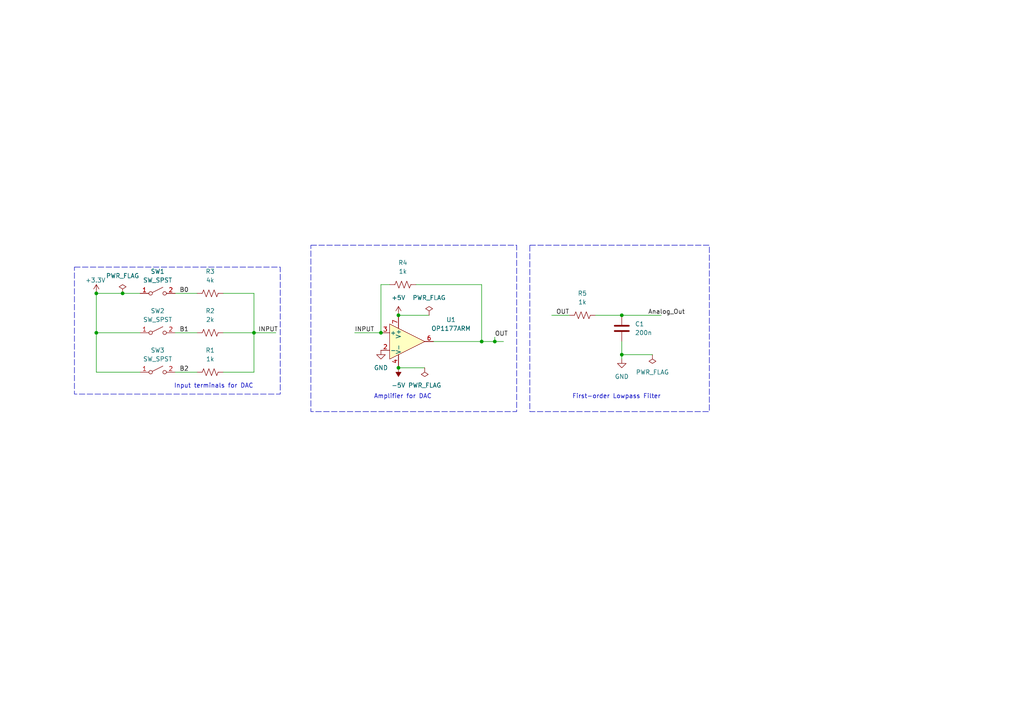
<source format=kicad_sch>
(kicad_sch
	(version 20231120)
	(generator "eeschema")
	(generator_version "8.0")
	(uuid "cf11cc7b-e488-4447-8232-d9d3c5924515")
	(paper "A4")
	(title_block
		(title "DAC Converter")
		(date "2024-07-03")
		(rev "v1")
		(company "Elektronica")
	)
	(lib_symbols
		(symbol "Amplifier_Operational:OP1177ARM"
			(pin_names
				(offset 0.127)
			)
			(exclude_from_sim no)
			(in_bom yes)
			(on_board yes)
			(property "Reference" "U"
				(at 2.54 5.08 0)
				(effects
					(font
						(size 1.27 1.27)
					)
				)
			)
			(property "Value" "OP1177ARM"
				(at 7.62 2.54 0)
				(effects
					(font
						(size 1.27 1.27)
					)
				)
			)
			(property "Footprint" "Package_SO:MSOP-8_3x3mm_P0.65mm"
				(at 0 -7.62 0)
				(effects
					(font
						(size 1.27 1.27)
					)
					(hide yes)
				)
			)
			(property "Datasheet" "https://www.analog.com/media/en/technical-documentation/data-sheets/OP1177_2177_4177.pdf"
				(at 0 0 0)
				(effects
					(font
						(size 1.27 1.27)
					)
					(hide yes)
				)
			)
			(property "Description" "Precision Low Noise, Low Input Bias Current Operational Amplifier, MSOP-8"
				(at 0 0 0)
				(effects
					(font
						(size 1.27 1.27)
					)
					(hide yes)
				)
			)
			(property "ki_keywords" "single operational amplifier"
				(at 0 0 0)
				(effects
					(font
						(size 1.27 1.27)
					)
					(hide yes)
				)
			)
			(property "ki_fp_filters" "MSOP*3x3mm*P0.65mm*"
				(at 0 0 0)
				(effects
					(font
						(size 1.27 1.27)
					)
					(hide yes)
				)
			)
			(symbol "OP1177ARM_0_1"
				(polyline
					(pts
						(xy -5.08 5.08) (xy -5.08 -5.08) (xy 5.08 0) (xy -5.08 5.08)
					)
					(stroke
						(width 0)
						(type default)
					)
					(fill
						(type background)
					)
				)
			)
			(symbol "OP1177ARM_1_1"
				(pin no_connect line
					(at -5.08 0 0)
					(length 3.81) hide
					(name "NC"
						(effects
							(font
								(size 1.27 1.27)
							)
						)
					)
					(number "1"
						(effects
							(font
								(size 1.27 1.27)
							)
						)
					)
				)
				(pin input line
					(at -7.62 -2.54 0)
					(length 2.54)
					(name "-"
						(effects
							(font
								(size 1.27 1.27)
							)
						)
					)
					(number "2"
						(effects
							(font
								(size 1.27 1.27)
							)
						)
					)
				)
				(pin input line
					(at -7.62 2.54 0)
					(length 2.54)
					(name "+"
						(effects
							(font
								(size 1.27 1.27)
							)
						)
					)
					(number "3"
						(effects
							(font
								(size 1.27 1.27)
							)
						)
					)
				)
				(pin power_in line
					(at -2.54 -7.62 90)
					(length 3.81)
					(name "V-"
						(effects
							(font
								(size 1.27 1.27)
							)
						)
					)
					(number "4"
						(effects
							(font
								(size 1.27 1.27)
							)
						)
					)
				)
				(pin no_connect line
					(at 0 -2.54 90)
					(length 3.81) hide
					(name "NC"
						(effects
							(font
								(size 1.27 1.27)
							)
						)
					)
					(number "5"
						(effects
							(font
								(size 1.27 1.27)
							)
						)
					)
				)
				(pin output line
					(at 7.62 0 180)
					(length 2.54)
					(name "~"
						(effects
							(font
								(size 1.27 1.27)
							)
						)
					)
					(number "6"
						(effects
							(font
								(size 1.27 1.27)
							)
						)
					)
				)
				(pin power_in line
					(at -2.54 7.62 270)
					(length 3.81)
					(name "V+"
						(effects
							(font
								(size 1.27 1.27)
							)
						)
					)
					(number "7"
						(effects
							(font
								(size 1.27 1.27)
							)
						)
					)
				)
				(pin no_connect line
					(at 0 2.54 270)
					(length 3.81) hide
					(name "NC"
						(effects
							(font
								(size 1.27 1.27)
							)
						)
					)
					(number "8"
						(effects
							(font
								(size 1.27 1.27)
							)
						)
					)
				)
			)
		)
		(symbol "Device:C"
			(pin_numbers hide)
			(pin_names
				(offset 0.254)
			)
			(exclude_from_sim no)
			(in_bom yes)
			(on_board yes)
			(property "Reference" "C"
				(at 0.635 2.54 0)
				(effects
					(font
						(size 1.27 1.27)
					)
					(justify left)
				)
			)
			(property "Value" "C"
				(at 0.635 -2.54 0)
				(effects
					(font
						(size 1.27 1.27)
					)
					(justify left)
				)
			)
			(property "Footprint" ""
				(at 0.9652 -3.81 0)
				(effects
					(font
						(size 1.27 1.27)
					)
					(hide yes)
				)
			)
			(property "Datasheet" "~"
				(at 0 0 0)
				(effects
					(font
						(size 1.27 1.27)
					)
					(hide yes)
				)
			)
			(property "Description" "Unpolarized capacitor"
				(at 0 0 0)
				(effects
					(font
						(size 1.27 1.27)
					)
					(hide yes)
				)
			)
			(property "ki_keywords" "cap capacitor"
				(at 0 0 0)
				(effects
					(font
						(size 1.27 1.27)
					)
					(hide yes)
				)
			)
			(property "ki_fp_filters" "C_*"
				(at 0 0 0)
				(effects
					(font
						(size 1.27 1.27)
					)
					(hide yes)
				)
			)
			(symbol "C_0_1"
				(polyline
					(pts
						(xy -2.032 -0.762) (xy 2.032 -0.762)
					)
					(stroke
						(width 0.508)
						(type default)
					)
					(fill
						(type none)
					)
				)
				(polyline
					(pts
						(xy -2.032 0.762) (xy 2.032 0.762)
					)
					(stroke
						(width 0.508)
						(type default)
					)
					(fill
						(type none)
					)
				)
			)
			(symbol "C_1_1"
				(pin passive line
					(at 0 3.81 270)
					(length 2.794)
					(name "~"
						(effects
							(font
								(size 1.27 1.27)
							)
						)
					)
					(number "1"
						(effects
							(font
								(size 1.27 1.27)
							)
						)
					)
				)
				(pin passive line
					(at 0 -3.81 90)
					(length 2.794)
					(name "~"
						(effects
							(font
								(size 1.27 1.27)
							)
						)
					)
					(number "2"
						(effects
							(font
								(size 1.27 1.27)
							)
						)
					)
				)
			)
		)
		(symbol "Device:R_US"
			(pin_numbers hide)
			(pin_names
				(offset 0)
			)
			(exclude_from_sim no)
			(in_bom yes)
			(on_board yes)
			(property "Reference" "R"
				(at 2.54 0 90)
				(effects
					(font
						(size 1.27 1.27)
					)
				)
			)
			(property "Value" "R_US"
				(at -2.54 0 90)
				(effects
					(font
						(size 1.27 1.27)
					)
				)
			)
			(property "Footprint" ""
				(at 1.016 -0.254 90)
				(effects
					(font
						(size 1.27 1.27)
					)
					(hide yes)
				)
			)
			(property "Datasheet" "~"
				(at 0 0 0)
				(effects
					(font
						(size 1.27 1.27)
					)
					(hide yes)
				)
			)
			(property "Description" "Resistor, US symbol"
				(at 0 0 0)
				(effects
					(font
						(size 1.27 1.27)
					)
					(hide yes)
				)
			)
			(property "ki_keywords" "R res resistor"
				(at 0 0 0)
				(effects
					(font
						(size 1.27 1.27)
					)
					(hide yes)
				)
			)
			(property "ki_fp_filters" "R_*"
				(at 0 0 0)
				(effects
					(font
						(size 1.27 1.27)
					)
					(hide yes)
				)
			)
			(symbol "R_US_0_1"
				(polyline
					(pts
						(xy 0 -2.286) (xy 0 -2.54)
					)
					(stroke
						(width 0)
						(type default)
					)
					(fill
						(type none)
					)
				)
				(polyline
					(pts
						(xy 0 2.286) (xy 0 2.54)
					)
					(stroke
						(width 0)
						(type default)
					)
					(fill
						(type none)
					)
				)
				(polyline
					(pts
						(xy 0 -0.762) (xy 1.016 -1.143) (xy 0 -1.524) (xy -1.016 -1.905) (xy 0 -2.286)
					)
					(stroke
						(width 0)
						(type default)
					)
					(fill
						(type none)
					)
				)
				(polyline
					(pts
						(xy 0 0.762) (xy 1.016 0.381) (xy 0 0) (xy -1.016 -0.381) (xy 0 -0.762)
					)
					(stroke
						(width 0)
						(type default)
					)
					(fill
						(type none)
					)
				)
				(polyline
					(pts
						(xy 0 2.286) (xy 1.016 1.905) (xy 0 1.524) (xy -1.016 1.143) (xy 0 0.762)
					)
					(stroke
						(width 0)
						(type default)
					)
					(fill
						(type none)
					)
				)
			)
			(symbol "R_US_1_1"
				(pin passive line
					(at 0 3.81 270)
					(length 1.27)
					(name "~"
						(effects
							(font
								(size 1.27 1.27)
							)
						)
					)
					(number "1"
						(effects
							(font
								(size 1.27 1.27)
							)
						)
					)
				)
				(pin passive line
					(at 0 -3.81 90)
					(length 1.27)
					(name "~"
						(effects
							(font
								(size 1.27 1.27)
							)
						)
					)
					(number "2"
						(effects
							(font
								(size 1.27 1.27)
							)
						)
					)
				)
			)
		)
		(symbol "Switch:SW_SPST"
			(pin_names
				(offset 0) hide)
			(exclude_from_sim no)
			(in_bom yes)
			(on_board yes)
			(property "Reference" "SW"
				(at 0 3.175 0)
				(effects
					(font
						(size 1.27 1.27)
					)
				)
			)
			(property "Value" "SW_SPST"
				(at 0 -2.54 0)
				(effects
					(font
						(size 1.27 1.27)
					)
				)
			)
			(property "Footprint" ""
				(at 0 0 0)
				(effects
					(font
						(size 1.27 1.27)
					)
					(hide yes)
				)
			)
			(property "Datasheet" "~"
				(at 0 0 0)
				(effects
					(font
						(size 1.27 1.27)
					)
					(hide yes)
				)
			)
			(property "Description" "Single Pole Single Throw (SPST) switch"
				(at 0 0 0)
				(effects
					(font
						(size 1.27 1.27)
					)
					(hide yes)
				)
			)
			(property "ki_keywords" "switch lever"
				(at 0 0 0)
				(effects
					(font
						(size 1.27 1.27)
					)
					(hide yes)
				)
			)
			(symbol "SW_SPST_0_0"
				(circle
					(center -2.032 0)
					(radius 0.508)
					(stroke
						(width 0)
						(type default)
					)
					(fill
						(type none)
					)
				)
				(polyline
					(pts
						(xy -1.524 0.254) (xy 1.524 1.778)
					)
					(stroke
						(width 0)
						(type default)
					)
					(fill
						(type none)
					)
				)
				(circle
					(center 2.032 0)
					(radius 0.508)
					(stroke
						(width 0)
						(type default)
					)
					(fill
						(type none)
					)
				)
			)
			(symbol "SW_SPST_1_1"
				(pin passive line
					(at -5.08 0 0)
					(length 2.54)
					(name "A"
						(effects
							(font
								(size 1.27 1.27)
							)
						)
					)
					(number "1"
						(effects
							(font
								(size 1.27 1.27)
							)
						)
					)
				)
				(pin passive line
					(at 5.08 0 180)
					(length 2.54)
					(name "B"
						(effects
							(font
								(size 1.27 1.27)
							)
						)
					)
					(number "2"
						(effects
							(font
								(size 1.27 1.27)
							)
						)
					)
				)
			)
		)
		(symbol "power:+3.3V"
			(power)
			(pin_numbers hide)
			(pin_names
				(offset 0) hide)
			(exclude_from_sim no)
			(in_bom yes)
			(on_board yes)
			(property "Reference" "#PWR"
				(at 0 -3.81 0)
				(effects
					(font
						(size 1.27 1.27)
					)
					(hide yes)
				)
			)
			(property "Value" "+3.3V"
				(at 0 3.556 0)
				(effects
					(font
						(size 1.27 1.27)
					)
				)
			)
			(property "Footprint" ""
				(at 0 0 0)
				(effects
					(font
						(size 1.27 1.27)
					)
					(hide yes)
				)
			)
			(property "Datasheet" ""
				(at 0 0 0)
				(effects
					(font
						(size 1.27 1.27)
					)
					(hide yes)
				)
			)
			(property "Description" "Power symbol creates a global label with name \"+3.3V\""
				(at 0 0 0)
				(effects
					(font
						(size 1.27 1.27)
					)
					(hide yes)
				)
			)
			(property "ki_keywords" "global power"
				(at 0 0 0)
				(effects
					(font
						(size 1.27 1.27)
					)
					(hide yes)
				)
			)
			(symbol "+3.3V_0_1"
				(polyline
					(pts
						(xy -0.762 1.27) (xy 0 2.54)
					)
					(stroke
						(width 0)
						(type default)
					)
					(fill
						(type none)
					)
				)
				(polyline
					(pts
						(xy 0 0) (xy 0 2.54)
					)
					(stroke
						(width 0)
						(type default)
					)
					(fill
						(type none)
					)
				)
				(polyline
					(pts
						(xy 0 2.54) (xy 0.762 1.27)
					)
					(stroke
						(width 0)
						(type default)
					)
					(fill
						(type none)
					)
				)
			)
			(symbol "+3.3V_1_1"
				(pin power_in line
					(at 0 0 90)
					(length 0)
					(name "~"
						(effects
							(font
								(size 1.27 1.27)
							)
						)
					)
					(number "1"
						(effects
							(font
								(size 1.27 1.27)
							)
						)
					)
				)
			)
		)
		(symbol "power:+5V"
			(power)
			(pin_numbers hide)
			(pin_names
				(offset 0) hide)
			(exclude_from_sim no)
			(in_bom yes)
			(on_board yes)
			(property "Reference" "#PWR"
				(at 0 -3.81 0)
				(effects
					(font
						(size 1.27 1.27)
					)
					(hide yes)
				)
			)
			(property "Value" "+5V"
				(at 0 3.556 0)
				(effects
					(font
						(size 1.27 1.27)
					)
				)
			)
			(property "Footprint" ""
				(at 0 0 0)
				(effects
					(font
						(size 1.27 1.27)
					)
					(hide yes)
				)
			)
			(property "Datasheet" ""
				(at 0 0 0)
				(effects
					(font
						(size 1.27 1.27)
					)
					(hide yes)
				)
			)
			(property "Description" "Power symbol creates a global label with name \"+5V\""
				(at 0 0 0)
				(effects
					(font
						(size 1.27 1.27)
					)
					(hide yes)
				)
			)
			(property "ki_keywords" "global power"
				(at 0 0 0)
				(effects
					(font
						(size 1.27 1.27)
					)
					(hide yes)
				)
			)
			(symbol "+5V_0_1"
				(polyline
					(pts
						(xy -0.762 1.27) (xy 0 2.54)
					)
					(stroke
						(width 0)
						(type default)
					)
					(fill
						(type none)
					)
				)
				(polyline
					(pts
						(xy 0 0) (xy 0 2.54)
					)
					(stroke
						(width 0)
						(type default)
					)
					(fill
						(type none)
					)
				)
				(polyline
					(pts
						(xy 0 2.54) (xy 0.762 1.27)
					)
					(stroke
						(width 0)
						(type default)
					)
					(fill
						(type none)
					)
				)
			)
			(symbol "+5V_1_1"
				(pin power_in line
					(at 0 0 90)
					(length 0)
					(name "~"
						(effects
							(font
								(size 1.27 1.27)
							)
						)
					)
					(number "1"
						(effects
							(font
								(size 1.27 1.27)
							)
						)
					)
				)
			)
		)
		(symbol "power:-5V"
			(power)
			(pin_numbers hide)
			(pin_names
				(offset 0) hide)
			(exclude_from_sim no)
			(in_bom yes)
			(on_board yes)
			(property "Reference" "#PWR"
				(at 0 -3.81 0)
				(effects
					(font
						(size 1.27 1.27)
					)
					(hide yes)
				)
			)
			(property "Value" "-5V"
				(at 0 3.556 0)
				(effects
					(font
						(size 1.27 1.27)
					)
				)
			)
			(property "Footprint" ""
				(at 0 0 0)
				(effects
					(font
						(size 1.27 1.27)
					)
					(hide yes)
				)
			)
			(property "Datasheet" ""
				(at 0 0 0)
				(effects
					(font
						(size 1.27 1.27)
					)
					(hide yes)
				)
			)
			(property "Description" "Power symbol creates a global label with name \"-5V\""
				(at 0 0 0)
				(effects
					(font
						(size 1.27 1.27)
					)
					(hide yes)
				)
			)
			(property "ki_keywords" "global power"
				(at 0 0 0)
				(effects
					(font
						(size 1.27 1.27)
					)
					(hide yes)
				)
			)
			(symbol "-5V_0_0"
				(pin power_in line
					(at 0 0 90)
					(length 0)
					(name "~"
						(effects
							(font
								(size 1.27 1.27)
							)
						)
					)
					(number "1"
						(effects
							(font
								(size 1.27 1.27)
							)
						)
					)
				)
			)
			(symbol "-5V_0_1"
				(polyline
					(pts
						(xy 0 0) (xy 0 1.27) (xy 0.762 1.27) (xy 0 2.54) (xy -0.762 1.27) (xy 0 1.27)
					)
					(stroke
						(width 0)
						(type default)
					)
					(fill
						(type outline)
					)
				)
			)
		)
		(symbol "power:GND"
			(power)
			(pin_numbers hide)
			(pin_names
				(offset 0) hide)
			(exclude_from_sim no)
			(in_bom yes)
			(on_board yes)
			(property "Reference" "#PWR"
				(at 0 -6.35 0)
				(effects
					(font
						(size 1.27 1.27)
					)
					(hide yes)
				)
			)
			(property "Value" "GND"
				(at 0 -3.81 0)
				(effects
					(font
						(size 1.27 1.27)
					)
				)
			)
			(property "Footprint" ""
				(at 0 0 0)
				(effects
					(font
						(size 1.27 1.27)
					)
					(hide yes)
				)
			)
			(property "Datasheet" ""
				(at 0 0 0)
				(effects
					(font
						(size 1.27 1.27)
					)
					(hide yes)
				)
			)
			(property "Description" "Power symbol creates a global label with name \"GND\" , ground"
				(at 0 0 0)
				(effects
					(font
						(size 1.27 1.27)
					)
					(hide yes)
				)
			)
			(property "ki_keywords" "global power"
				(at 0 0 0)
				(effects
					(font
						(size 1.27 1.27)
					)
					(hide yes)
				)
			)
			(symbol "GND_0_1"
				(polyline
					(pts
						(xy 0 0) (xy 0 -1.27) (xy 1.27 -1.27) (xy 0 -2.54) (xy -1.27 -1.27) (xy 0 -1.27)
					)
					(stroke
						(width 0)
						(type default)
					)
					(fill
						(type none)
					)
				)
			)
			(symbol "GND_1_1"
				(pin power_in line
					(at 0 0 270)
					(length 0)
					(name "~"
						(effects
							(font
								(size 1.27 1.27)
							)
						)
					)
					(number "1"
						(effects
							(font
								(size 1.27 1.27)
							)
						)
					)
				)
			)
		)
		(symbol "power:PWR_FLAG"
			(power)
			(pin_numbers hide)
			(pin_names
				(offset 0) hide)
			(exclude_from_sim no)
			(in_bom yes)
			(on_board yes)
			(property "Reference" "#FLG"
				(at 0 1.905 0)
				(effects
					(font
						(size 1.27 1.27)
					)
					(hide yes)
				)
			)
			(property "Value" "PWR_FLAG"
				(at 0 3.81 0)
				(effects
					(font
						(size 1.27 1.27)
					)
				)
			)
			(property "Footprint" ""
				(at 0 0 0)
				(effects
					(font
						(size 1.27 1.27)
					)
					(hide yes)
				)
			)
			(property "Datasheet" "~"
				(at 0 0 0)
				(effects
					(font
						(size 1.27 1.27)
					)
					(hide yes)
				)
			)
			(property "Description" "Special symbol for telling ERC where power comes from"
				(at 0 0 0)
				(effects
					(font
						(size 1.27 1.27)
					)
					(hide yes)
				)
			)
			(property "ki_keywords" "flag power"
				(at 0 0 0)
				(effects
					(font
						(size 1.27 1.27)
					)
					(hide yes)
				)
			)
			(symbol "PWR_FLAG_0_0"
				(pin power_out line
					(at 0 0 90)
					(length 0)
					(name "~"
						(effects
							(font
								(size 1.27 1.27)
							)
						)
					)
					(number "1"
						(effects
							(font
								(size 1.27 1.27)
							)
						)
					)
				)
			)
			(symbol "PWR_FLAG_0_1"
				(polyline
					(pts
						(xy 0 0) (xy 0 1.27) (xy -1.016 1.905) (xy 0 2.54) (xy 1.016 1.905) (xy 0 1.27)
					)
					(stroke
						(width 0)
						(type default)
					)
					(fill
						(type none)
					)
				)
			)
		)
	)
	(junction
		(at 143.51 99.06)
		(diameter 0)
		(color 0 0 0 0)
		(uuid "02e86227-53ef-4a5b-b25e-f1f9a8883561")
	)
	(junction
		(at 27.94 85.09)
		(diameter 0)
		(color 0 0 0 0)
		(uuid "425b3934-8d98-4c4e-bd87-a035aeb9709f")
	)
	(junction
		(at 73.66 96.52)
		(diameter 0)
		(color 0 0 0 0)
		(uuid "4ab97379-409c-4fa1-ab11-a54942071b26")
	)
	(junction
		(at 180.34 91.44)
		(diameter 0)
		(color 0 0 0 0)
		(uuid "4bfead50-4237-46e6-a079-fc4d1ff77d56")
	)
	(junction
		(at 115.57 91.44)
		(diameter 0)
		(color 0 0 0 0)
		(uuid "59b94a4d-e937-4597-98a5-f9adc6904cf7")
	)
	(junction
		(at 35.56 85.09)
		(diameter 0)
		(color 0 0 0 0)
		(uuid "6fd07c64-5c14-4efe-984b-254573a9f415")
	)
	(junction
		(at 139.7 99.06)
		(diameter 0)
		(color 0 0 0 0)
		(uuid "92b4d011-6359-4d2b-8767-1cb504472d4c")
	)
	(junction
		(at 115.57 106.68)
		(diameter 0)
		(color 0 0 0 0)
		(uuid "993c74b7-642a-4b0a-9318-c4e45138c41f")
	)
	(junction
		(at 180.34 102.87)
		(diameter 0)
		(color 0 0 0 0)
		(uuid "b2c020ae-0f82-4971-bf55-104c06893951")
	)
	(junction
		(at 110.49 96.52)
		(diameter 0)
		(color 0 0 0 0)
		(uuid "e3c88e24-c837-4f1b-aa55-0aacb170da05")
	)
	(junction
		(at 27.94 96.52)
		(diameter 0)
		(color 0 0 0 0)
		(uuid "e7cbb794-e722-4e8a-8220-3201acec791a")
	)
	(wire
		(pts
			(xy 73.66 96.52) (xy 80.01 96.52)
		)
		(stroke
			(width 0)
			(type default)
		)
		(uuid "14f6a129-5416-42b9-a945-6774e5f7752f")
	)
	(wire
		(pts
			(xy 27.94 85.09) (xy 35.56 85.09)
		)
		(stroke
			(width 0)
			(type default)
		)
		(uuid "188e135b-92fc-41cd-800f-79adc0926688")
	)
	(wire
		(pts
			(xy 27.94 96.52) (xy 27.94 107.95)
		)
		(stroke
			(width 0)
			(type default)
		)
		(uuid "211f1223-0bdc-45fe-b681-0b9e4af95eec")
	)
	(wire
		(pts
			(xy 139.7 99.06) (xy 143.51 99.06)
		)
		(stroke
			(width 0)
			(type default)
		)
		(uuid "2285af9c-c023-4dc9-9998-d49a37649c56")
	)
	(wire
		(pts
			(xy 143.51 97.79) (xy 143.51 99.06)
		)
		(stroke
			(width 0)
			(type default)
		)
		(uuid "295ef049-2f73-4063-8af5-6fd78c6585e3")
	)
	(wire
		(pts
			(xy 172.72 91.44) (xy 180.34 91.44)
		)
		(stroke
			(width 0)
			(type default)
		)
		(uuid "2c12c58f-1ae3-47aa-a5dc-6901f0ad3022")
	)
	(wire
		(pts
			(xy 73.66 85.09) (xy 73.66 96.52)
		)
		(stroke
			(width 0)
			(type default)
		)
		(uuid "38bb86fe-de4f-4290-872c-3f3ffbe264bf")
	)
	(wire
		(pts
			(xy 120.65 82.55) (xy 139.7 82.55)
		)
		(stroke
			(width 0)
			(type default)
		)
		(uuid "43c1048c-c257-47ae-97d8-1f22b93e7222")
	)
	(wire
		(pts
			(xy 113.03 82.55) (xy 110.49 82.55)
		)
		(stroke
			(width 0)
			(type default)
		)
		(uuid "46f6fa85-2b6d-4143-9eec-9a09759ff0b0")
	)
	(wire
		(pts
			(xy 102.87 96.52) (xy 110.49 96.52)
		)
		(stroke
			(width 0)
			(type default)
		)
		(uuid "7179c1b7-6206-4e94-b997-eeda49602068")
	)
	(wire
		(pts
			(xy 115.57 91.44) (xy 124.46 91.44)
		)
		(stroke
			(width 0)
			(type default)
		)
		(uuid "78e19469-bc0c-4297-9e47-57e2a5904378")
	)
	(wire
		(pts
			(xy 115.57 106.68) (xy 123.19 106.68)
		)
		(stroke
			(width 0)
			(type default)
		)
		(uuid "8cec1c44-0a80-4860-a1fd-50f9a6e19f17")
	)
	(wire
		(pts
			(xy 180.34 99.06) (xy 180.34 102.87)
		)
		(stroke
			(width 0)
			(type default)
		)
		(uuid "98a7bddc-c17f-4e2f-8381-af08bb72fc66")
	)
	(wire
		(pts
			(xy 139.7 82.55) (xy 139.7 99.06)
		)
		(stroke
			(width 0)
			(type default)
		)
		(uuid "9cb0a391-b60d-4d00-b0c4-8cc2c45b162f")
	)
	(wire
		(pts
			(xy 35.56 85.09) (xy 40.64 85.09)
		)
		(stroke
			(width 0)
			(type default)
		)
		(uuid "9ce03fc6-76da-4a2a-958e-531e99070211")
	)
	(wire
		(pts
			(xy 125.73 99.06) (xy 139.7 99.06)
		)
		(stroke
			(width 0)
			(type default)
		)
		(uuid "9dc7b40e-1cef-467c-9968-135766b0b629")
	)
	(wire
		(pts
			(xy 64.77 85.09) (xy 73.66 85.09)
		)
		(stroke
			(width 0)
			(type default)
		)
		(uuid "aab0fea2-e961-43e5-8e99-d62b97a62ed0")
	)
	(wire
		(pts
			(xy 50.8 85.09) (xy 57.15 85.09)
		)
		(stroke
			(width 0)
			(type default)
		)
		(uuid "acdb2a18-8a85-492f-b40d-d601c99dfe0f")
	)
	(wire
		(pts
			(xy 143.51 99.06) (xy 146.05 99.06)
		)
		(stroke
			(width 0)
			(type default)
		)
		(uuid "ad6c49df-3bf7-44bc-ac1f-51855ccace46")
	)
	(wire
		(pts
			(xy 50.8 107.95) (xy 57.15 107.95)
		)
		(stroke
			(width 0)
			(type default)
		)
		(uuid "b023c991-e0b1-4524-a8b8-8ddfd557fa6b")
	)
	(wire
		(pts
			(xy 73.66 107.95) (xy 64.77 107.95)
		)
		(stroke
			(width 0)
			(type default)
		)
		(uuid "b25d919e-8483-4d8f-a5a2-a4f8bef6936d")
	)
	(wire
		(pts
			(xy 160.02 91.44) (xy 165.1 91.44)
		)
		(stroke
			(width 0)
			(type default)
		)
		(uuid "b4c9f525-f9d6-4433-951c-2b5bcb99b6ab")
	)
	(wire
		(pts
			(xy 180.34 102.87) (xy 180.34 104.14)
		)
		(stroke
			(width 0)
			(type default)
		)
		(uuid "bba401a5-66c6-4d3d-a836-e2615a8e91d6")
	)
	(wire
		(pts
			(xy 110.49 82.55) (xy 110.49 96.52)
		)
		(stroke
			(width 0)
			(type default)
		)
		(uuid "c79c7302-955e-41b0-b9d0-f63a6b08f81d")
	)
	(wire
		(pts
			(xy 73.66 96.52) (xy 73.66 107.95)
		)
		(stroke
			(width 0)
			(type default)
		)
		(uuid "cde975c1-3ea7-4835-83ae-d7eaa59f03bf")
	)
	(wire
		(pts
			(xy 189.23 102.87) (xy 180.34 102.87)
		)
		(stroke
			(width 0)
			(type default)
		)
		(uuid "d083e49f-9803-4b63-9599-01706c867f0c")
	)
	(wire
		(pts
			(xy 27.94 85.09) (xy 27.94 96.52)
		)
		(stroke
			(width 0)
			(type default)
		)
		(uuid "e850956d-6fe0-4480-ad4e-3350e8989bfd")
	)
	(wire
		(pts
			(xy 27.94 96.52) (xy 40.64 96.52)
		)
		(stroke
			(width 0)
			(type default)
		)
		(uuid "efb63a0d-d29a-4cd4-8421-0bbe38b2a8c5")
	)
	(wire
		(pts
			(xy 27.94 107.95) (xy 40.64 107.95)
		)
		(stroke
			(width 0)
			(type default)
		)
		(uuid "f3109b52-74d2-4442-aeca-b04face6db07")
	)
	(wire
		(pts
			(xy 64.77 96.52) (xy 73.66 96.52)
		)
		(stroke
			(width 0)
			(type default)
		)
		(uuid "f64ee7db-99cb-442e-93e9-5691ddf95b93")
	)
	(wire
		(pts
			(xy 50.8 96.52) (xy 57.15 96.52)
		)
		(stroke
			(width 0)
			(type default)
		)
		(uuid "f8754af5-2d28-4234-a983-80b6957ff35e")
	)
	(wire
		(pts
			(xy 180.34 91.44) (xy 191.77 91.44)
		)
		(stroke
			(width 0)
			(type default)
		)
		(uuid "f91e1767-71ff-4d92-b472-1da14dd80683")
	)
	(rectangle
		(start 90.17 71.12)
		(end 149.86 119.38)
		(stroke
			(width 0)
			(type dash)
		)
		(fill
			(type none)
		)
		(uuid 64b7e077-9b1c-445d-92e8-05b72a68a19d)
	)
	(rectangle
		(start 153.67 71.12)
		(end 205.74 119.38)
		(stroke
			(width 0)
			(type dash)
		)
		(fill
			(type none)
		)
		(uuid 97ea4c6c-6d07-4685-b08b-38dc2cd44196)
	)
	(rectangle
		(start 21.59 77.47)
		(end 81.28 114.3)
		(stroke
			(width 0)
			(type dash)
		)
		(fill
			(type none)
		)
		(uuid cccedad5-4a63-4224-a0ca-556ca4723450)
	)
	(text "Input terminals for DAC\n"
		(exclude_from_sim no)
		(at 61.976 112.014 0)
		(effects
			(font
				(size 1.27 1.27)
			)
		)
		(uuid "471bb9f0-cfaa-4237-9ec8-73541b502d9e")
	)
	(text "First-order Lowpass Filter\n"
		(exclude_from_sim no)
		(at 178.816 115.062 0)
		(effects
			(font
				(size 1.27 1.27)
			)
		)
		(uuid "5f3feb3b-895a-45a5-851b-5932f91929a8")
	)
	(text "Amplifier for DAC"
		(exclude_from_sim no)
		(at 116.84 115.062 0)
		(effects
			(font
				(size 1.27 1.27)
			)
		)
		(uuid "fd49ee06-5563-4b3b-be7d-6f19982f8731")
	)
	(label "INPUT"
		(at 74.93 96.52 0)
		(fields_autoplaced yes)
		(effects
			(font
				(size 1.27 1.27)
			)
			(justify left bottom)
		)
		(uuid "118a9c5a-87d2-471d-a163-171de690cccf")
	)
	(label "B0"
		(at 52.07 85.09 0)
		(fields_autoplaced yes)
		(effects
			(font
				(size 1.27 1.27)
			)
			(justify left bottom)
		)
		(uuid "28544068-8143-4c25-acd0-af69a7679fc2")
	)
	(label "Analog_Out"
		(at 187.96 91.44 0)
		(fields_autoplaced yes)
		(effects
			(font
				(size 1.27 1.27)
			)
			(justify left bottom)
		)
		(uuid "3513430f-54a3-4eb5-86b1-c0fe8fdf3097")
	)
	(label "B1"
		(at 52.07 96.52 0)
		(fields_autoplaced yes)
		(effects
			(font
				(size 1.27 1.27)
			)
			(justify left bottom)
		)
		(uuid "5c76697f-2a08-4774-b073-28707629be4b")
	)
	(label "OUT"
		(at 143.51 97.79 0)
		(fields_autoplaced yes)
		(effects
			(font
				(size 1.27 1.27)
			)
			(justify left bottom)
		)
		(uuid "661d8ca0-c511-40c9-8c67-e54a6c81884b")
	)
	(label "INPUT"
		(at 102.87 96.52 0)
		(fields_autoplaced yes)
		(effects
			(font
				(size 1.27 1.27)
			)
			(justify left bottom)
		)
		(uuid "9ccb6d30-5722-4f21-a408-38197fdb1ea8")
	)
	(label "OUT"
		(at 161.29 91.44 0)
		(fields_autoplaced yes)
		(effects
			(font
				(size 1.27 1.27)
			)
			(justify left bottom)
		)
		(uuid "b15d746b-e39b-422c-9949-894cab9d6f71")
	)
	(label "B2"
		(at 52.07 107.95 0)
		(fields_autoplaced yes)
		(effects
			(font
				(size 1.27 1.27)
			)
			(justify left bottom)
		)
		(uuid "c986bb27-ef24-457f-aa0e-26f24cbbfe3f")
	)
	(symbol
		(lib_id "Device:C")
		(at 180.34 95.25 0)
		(unit 1)
		(exclude_from_sim no)
		(in_bom yes)
		(on_board yes)
		(dnp no)
		(fields_autoplaced yes)
		(uuid "084aaddc-bc75-47f9-a964-0fb0155e5f7f")
		(property "Reference" "C1"
			(at 184.15 93.9799 0)
			(effects
				(font
					(size 1.27 1.27)
				)
				(justify left)
			)
		)
		(property "Value" "200n"
			(at 184.15 96.5199 0)
			(effects
				(font
					(size 1.27 1.27)
				)
				(justify left)
			)
		)
		(property "Footprint" "Capacitor_THT:C_Axial_L3.8mm_D2.6mm_P7.50mm_Horizontal"
			(at 181.3052 99.06 0)
			(effects
				(font
					(size 1.27 1.27)
				)
				(hide yes)
			)
		)
		(property "Datasheet" "~"
			(at 180.34 95.25 0)
			(effects
				(font
					(size 1.27 1.27)
				)
				(hide yes)
			)
		)
		(property "Description" "Unpolarized capacitor"
			(at 180.34 95.25 0)
			(effects
				(font
					(size 1.27 1.27)
				)
				(hide yes)
			)
		)
		(pin "1"
			(uuid "16b7dedc-5c72-4a7e-abc2-e8f761898395")
		)
		(pin "2"
			(uuid "88e70a56-76b4-42b7-89ef-240f4872bd12")
		)
		(instances
			(project ""
				(path "/cf11cc7b-e488-4447-8232-d9d3c5924515"
					(reference "C1")
					(unit 1)
				)
			)
		)
	)
	(symbol
		(lib_id "power:PWR_FLAG")
		(at 123.19 106.68 180)
		(unit 1)
		(exclude_from_sim no)
		(in_bom yes)
		(on_board yes)
		(dnp no)
		(fields_autoplaced yes)
		(uuid "0862be8c-54c4-4f4d-a46f-e2a61cc4e70e")
		(property "Reference" "#FLG02"
			(at 123.19 108.585 0)
			(effects
				(font
					(size 1.27 1.27)
				)
				(hide yes)
			)
		)
		(property "Value" "PWR_FLAG"
			(at 123.19 111.76 0)
			(effects
				(font
					(size 1.27 1.27)
				)
			)
		)
		(property "Footprint" ""
			(at 123.19 106.68 0)
			(effects
				(font
					(size 1.27 1.27)
				)
				(hide yes)
			)
		)
		(property "Datasheet" "~"
			(at 123.19 106.68 0)
			(effects
				(font
					(size 1.27 1.27)
				)
				(hide yes)
			)
		)
		(property "Description" "Special symbol for telling ERC where power comes from"
			(at 123.19 106.68 0)
			(effects
				(font
					(size 1.27 1.27)
				)
				(hide yes)
			)
		)
		(pin "1"
			(uuid "d9252e6b-316e-4da0-823a-7fe628c4ec6f")
		)
		(instances
			(project "ADC_DAC_Converter"
				(path "/cf11cc7b-e488-4447-8232-d9d3c5924515"
					(reference "#FLG02")
					(unit 1)
				)
			)
		)
	)
	(symbol
		(lib_id "power:+3.3V")
		(at 27.94 85.09 0)
		(unit 1)
		(exclude_from_sim no)
		(in_bom yes)
		(on_board yes)
		(dnp no)
		(uuid "0bd4dcdb-4aa8-406d-9791-4ffe9b0d6c81")
		(property "Reference" "#PWR04"
			(at 27.94 88.9 0)
			(effects
				(font
					(size 1.27 1.27)
				)
				(hide yes)
			)
		)
		(property "Value" "+3.3V"
			(at 27.686 81.28 0)
			(effects
				(font
					(size 1.27 1.27)
				)
			)
		)
		(property "Footprint" ""
			(at 27.94 85.09 0)
			(effects
				(font
					(size 1.27 1.27)
				)
				(hide yes)
			)
		)
		(property "Datasheet" ""
			(at 27.94 85.09 0)
			(effects
				(font
					(size 1.27 1.27)
				)
				(hide yes)
			)
		)
		(property "Description" "Power symbol creates a global label with name \"+3.3V\""
			(at 27.94 85.09 0)
			(effects
				(font
					(size 1.27 1.27)
				)
				(hide yes)
			)
		)
		(pin "1"
			(uuid "349baf7f-95af-4103-a9e1-fe7a6d49cce4")
		)
		(instances
			(project ""
				(path "/cf11cc7b-e488-4447-8232-d9d3c5924515"
					(reference "#PWR04")
					(unit 1)
				)
			)
		)
	)
	(symbol
		(lib_id "power:+5V")
		(at 115.57 91.44 0)
		(unit 1)
		(exclude_from_sim no)
		(in_bom yes)
		(on_board yes)
		(dnp no)
		(fields_autoplaced yes)
		(uuid "0deb6d47-1aec-483d-8554-8153c0bebeea")
		(property "Reference" "#PWR03"
			(at 115.57 95.25 0)
			(effects
				(font
					(size 1.27 1.27)
				)
				(hide yes)
			)
		)
		(property "Value" "+5V"
			(at 115.57 86.36 0)
			(effects
				(font
					(size 1.27 1.27)
				)
			)
		)
		(property "Footprint" ""
			(at 115.57 91.44 0)
			(effects
				(font
					(size 1.27 1.27)
				)
				(hide yes)
			)
		)
		(property "Datasheet" ""
			(at 115.57 91.44 0)
			(effects
				(font
					(size 1.27 1.27)
				)
				(hide yes)
			)
		)
		(property "Description" "Power symbol creates a global label with name \"+5V\""
			(at 115.57 91.44 0)
			(effects
				(font
					(size 1.27 1.27)
				)
				(hide yes)
			)
		)
		(pin "1"
			(uuid "e7bf576c-426a-4dba-b509-a156bebb6f5a")
		)
		(instances
			(project ""
				(path "/cf11cc7b-e488-4447-8232-d9d3c5924515"
					(reference "#PWR03")
					(unit 1)
				)
			)
		)
	)
	(symbol
		(lib_id "power:PWR_FLAG")
		(at 124.46 91.44 0)
		(unit 1)
		(exclude_from_sim no)
		(in_bom yes)
		(on_board yes)
		(dnp no)
		(fields_autoplaced yes)
		(uuid "2f9da90a-681f-4bf4-a33f-79b4354a1a2c")
		(property "Reference" "#FLG01"
			(at 124.46 89.535 0)
			(effects
				(font
					(size 1.27 1.27)
				)
				(hide yes)
			)
		)
		(property "Value" "PWR_FLAG"
			(at 124.46 86.36 0)
			(effects
				(font
					(size 1.27 1.27)
				)
			)
		)
		(property "Footprint" ""
			(at 124.46 91.44 0)
			(effects
				(font
					(size 1.27 1.27)
				)
				(hide yes)
			)
		)
		(property "Datasheet" "~"
			(at 124.46 91.44 0)
			(effects
				(font
					(size 1.27 1.27)
				)
				(hide yes)
			)
		)
		(property "Description" "Special symbol for telling ERC where power comes from"
			(at 124.46 91.44 0)
			(effects
				(font
					(size 1.27 1.27)
				)
				(hide yes)
			)
		)
		(pin "1"
			(uuid "ba2cef07-d814-43d5-92e3-fabf43cb3ce2")
		)
		(instances
			(project ""
				(path "/cf11cc7b-e488-4447-8232-d9d3c5924515"
					(reference "#FLG01")
					(unit 1)
				)
			)
		)
	)
	(symbol
		(lib_id "power:-5V")
		(at 115.57 106.68 180)
		(unit 1)
		(exclude_from_sim no)
		(in_bom yes)
		(on_board yes)
		(dnp no)
		(fields_autoplaced yes)
		(uuid "3a207f4d-7f97-4bc7-b139-621c6ae038e0")
		(property "Reference" "#PWR02"
			(at 115.57 102.87 0)
			(effects
				(font
					(size 1.27 1.27)
				)
				(hide yes)
			)
		)
		(property "Value" "-5V"
			(at 115.57 111.76 0)
			(effects
				(font
					(size 1.27 1.27)
				)
			)
		)
		(property "Footprint" ""
			(at 115.57 106.68 0)
			(effects
				(font
					(size 1.27 1.27)
				)
				(hide yes)
			)
		)
		(property "Datasheet" ""
			(at 115.57 106.68 0)
			(effects
				(font
					(size 1.27 1.27)
				)
				(hide yes)
			)
		)
		(property "Description" "Power symbol creates a global label with name \"-5V\""
			(at 115.57 106.68 0)
			(effects
				(font
					(size 1.27 1.27)
				)
				(hide yes)
			)
		)
		(pin "1"
			(uuid "dfa427b7-e110-4a1e-b057-90078f904212")
		)
		(instances
			(project ""
				(path "/cf11cc7b-e488-4447-8232-d9d3c5924515"
					(reference "#PWR02")
					(unit 1)
				)
			)
		)
	)
	(symbol
		(lib_id "Device:R_US")
		(at 60.96 96.52 90)
		(unit 1)
		(exclude_from_sim no)
		(in_bom yes)
		(on_board yes)
		(dnp no)
		(fields_autoplaced yes)
		(uuid "40ce944d-e62d-4b10-9ac6-f3c247e94b32")
		(property "Reference" "R2"
			(at 60.96 90.17 90)
			(effects
				(font
					(size 1.27 1.27)
				)
			)
		)
		(property "Value" "2k"
			(at 60.96 92.71 90)
			(effects
				(font
					(size 1.27 1.27)
				)
			)
		)
		(property "Footprint" "Resistor_THT:R_Axial_DIN0207_L6.3mm_D2.5mm_P15.24mm_Horizontal"
			(at 61.214 95.504 90)
			(effects
				(font
					(size 1.27 1.27)
				)
				(hide yes)
			)
		)
		(property "Datasheet" "~"
			(at 60.96 96.52 0)
			(effects
				(font
					(size 1.27 1.27)
				)
				(hide yes)
			)
		)
		(property "Description" "Resistor, US symbol"
			(at 60.96 96.52 0)
			(effects
				(font
					(size 1.27 1.27)
				)
				(hide yes)
			)
		)
		(pin "1"
			(uuid "9b7d5131-d7f6-4622-8b84-e5d4c90b27f9")
		)
		(pin "2"
			(uuid "2e6e4080-be57-4a10-98e8-c081231d3fcd")
		)
		(instances
			(project "ADC_DAC_Converter"
				(path "/cf11cc7b-e488-4447-8232-d9d3c5924515"
					(reference "R2")
					(unit 1)
				)
			)
		)
	)
	(symbol
		(lib_id "Switch:SW_SPST")
		(at 45.72 107.95 0)
		(unit 1)
		(exclude_from_sim no)
		(in_bom yes)
		(on_board yes)
		(dnp no)
		(fields_autoplaced yes)
		(uuid "98678677-1b54-4928-9ecb-1d887f02f15b")
		(property "Reference" "SW3"
			(at 45.72 101.6 0)
			(effects
				(font
					(size 1.27 1.27)
				)
			)
		)
		(property "Value" "SW_SPST"
			(at 45.72 104.14 0)
			(effects
				(font
					(size 1.27 1.27)
				)
			)
		)
		(property "Footprint" "Button_Switch_THT:SW_DIP_SPSTx01_Slide_6.7x4.1mm_W7.62mm_P2.54mm_LowProfile"
			(at 45.72 107.95 0)
			(effects
				(font
					(size 1.27 1.27)
				)
				(hide yes)
			)
		)
		(property "Datasheet" "~"
			(at 45.72 107.95 0)
			(effects
				(font
					(size 1.27 1.27)
				)
				(hide yes)
			)
		)
		(property "Description" "Single Pole Single Throw (SPST) switch"
			(at 45.72 107.95 0)
			(effects
				(font
					(size 1.27 1.27)
				)
				(hide yes)
			)
		)
		(pin "1"
			(uuid "7933ae5f-546f-4460-8d2f-cc6c6a9d0d8e")
		)
		(pin "2"
			(uuid "d450da8a-53ea-4b5a-86b8-f82d44e9b57f")
		)
		(instances
			(project "ADC_DAC_Converter"
				(path "/cf11cc7b-e488-4447-8232-d9d3c5924515"
					(reference "SW3")
					(unit 1)
				)
			)
		)
	)
	(symbol
		(lib_id "Amplifier_Operational:OP1177ARM")
		(at 118.11 99.06 0)
		(unit 1)
		(exclude_from_sim no)
		(in_bom yes)
		(on_board yes)
		(dnp no)
		(fields_autoplaced yes)
		(uuid "9fd8722c-3496-4c73-93c3-0285865251ab")
		(property "Reference" "U1"
			(at 130.81 92.7414 0)
			(effects
				(font
					(size 1.27 1.27)
				)
			)
		)
		(property "Value" "OP1177ARM"
			(at 130.81 95.2814 0)
			(effects
				(font
					(size 1.27 1.27)
				)
			)
		)
		(property "Footprint" "Package_SO:MSOP-8_3x3mm_P0.65mm"
			(at 118.11 106.68 0)
			(effects
				(font
					(size 1.27 1.27)
				)
				(hide yes)
			)
		)
		(property "Datasheet" "https://www.analog.com/media/en/technical-documentation/data-sheets/OP1177_2177_4177.pdf"
			(at 118.11 99.06 0)
			(effects
				(font
					(size 1.27 1.27)
				)
				(hide yes)
			)
		)
		(property "Description" "Precision Low Noise, Low Input Bias Current Operational Amplifier, MSOP-8"
			(at 118.11 99.06 0)
			(effects
				(font
					(size 1.27 1.27)
				)
				(hide yes)
			)
		)
		(pin "3"
			(uuid "26cfdda6-ac17-4876-a86b-22ec854dc429")
		)
		(pin "7"
			(uuid "189274cd-c27d-436c-bd6a-e6602f32cb1e")
		)
		(pin "8"
			(uuid "5ce43c9e-c376-4b3a-bcba-d1d18676cd16")
		)
		(pin "1"
			(uuid "7b10c391-de23-4887-8c66-99c4cc801e5e")
		)
		(pin "4"
			(uuid "afc95585-b253-4b7b-b4d2-0389d148bbc1")
		)
		(pin "6"
			(uuid "98845529-50ee-467a-9c59-1d3c92d3cf3c")
		)
		(pin "2"
			(uuid "73717b79-abd0-403d-ad4b-16706ae56318")
		)
		(pin "5"
			(uuid "694ac3b4-0f96-4819-ab28-1996ca3983e1")
		)
		(instances
			(project ""
				(path "/cf11cc7b-e488-4447-8232-d9d3c5924515"
					(reference "U1")
					(unit 1)
				)
			)
		)
	)
	(symbol
		(lib_id "Device:R_US")
		(at 116.84 82.55 90)
		(unit 1)
		(exclude_from_sim no)
		(in_bom yes)
		(on_board yes)
		(dnp no)
		(fields_autoplaced yes)
		(uuid "b855d115-8f39-437a-a9c0-bfbe0b40ed24")
		(property "Reference" "R4"
			(at 116.84 76.2 90)
			(effects
				(font
					(size 1.27 1.27)
				)
			)
		)
		(property "Value" "1k"
			(at 116.84 78.74 90)
			(effects
				(font
					(size 1.27 1.27)
				)
			)
		)
		(property "Footprint" "Resistor_THT:R_Axial_DIN0207_L6.3mm_D2.5mm_P15.24mm_Horizontal"
			(at 117.094 81.534 90)
			(effects
				(font
					(size 1.27 1.27)
				)
				(hide yes)
			)
		)
		(property "Datasheet" "~"
			(at 116.84 82.55 0)
			(effects
				(font
					(size 1.27 1.27)
				)
				(hide yes)
			)
		)
		(property "Description" "Resistor, US symbol"
			(at 116.84 82.55 0)
			(effects
				(font
					(size 1.27 1.27)
				)
				(hide yes)
			)
		)
		(pin "1"
			(uuid "61867a99-94e2-494b-9947-f60af4c53cde")
		)
		(pin "2"
			(uuid "582a6e94-486d-4325-b450-249fbb4dde59")
		)
		(instances
			(project "ADC_DAC_Converter"
				(path "/cf11cc7b-e488-4447-8232-d9d3c5924515"
					(reference "R4")
					(unit 1)
				)
			)
		)
	)
	(symbol
		(lib_id "power:GND")
		(at 180.34 104.14 0)
		(unit 1)
		(exclude_from_sim no)
		(in_bom yes)
		(on_board yes)
		(dnp no)
		(fields_autoplaced yes)
		(uuid "b9d82bed-49e9-4aaf-9e44-8d820c466c7c")
		(property "Reference" "#PWR05"
			(at 180.34 110.49 0)
			(effects
				(font
					(size 1.27 1.27)
				)
				(hide yes)
			)
		)
		(property "Value" "GND"
			(at 180.34 109.22 0)
			(effects
				(font
					(size 1.27 1.27)
				)
			)
		)
		(property "Footprint" ""
			(at 180.34 104.14 0)
			(effects
				(font
					(size 1.27 1.27)
				)
				(hide yes)
			)
		)
		(property "Datasheet" ""
			(at 180.34 104.14 0)
			(effects
				(font
					(size 1.27 1.27)
				)
				(hide yes)
			)
		)
		(property "Description" "Power symbol creates a global label with name \"GND\" , ground"
			(at 180.34 104.14 0)
			(effects
				(font
					(size 1.27 1.27)
				)
				(hide yes)
			)
		)
		(pin "1"
			(uuid "3beb72bc-ead4-483e-9373-89ec95373bba")
		)
		(instances
			(project ""
				(path "/cf11cc7b-e488-4447-8232-d9d3c5924515"
					(reference "#PWR05")
					(unit 1)
				)
			)
		)
	)
	(symbol
		(lib_id "power:PWR_FLAG")
		(at 189.23 102.87 180)
		(unit 1)
		(exclude_from_sim no)
		(in_bom yes)
		(on_board yes)
		(dnp no)
		(fields_autoplaced yes)
		(uuid "c64c9c8a-3edf-46e5-92c8-3f7867e46a58")
		(property "Reference" "#FLG05"
			(at 189.23 104.775 0)
			(effects
				(font
					(size 1.27 1.27)
				)
				(hide yes)
			)
		)
		(property "Value" "PWR_FLAG"
			(at 189.23 107.95 0)
			(effects
				(font
					(size 1.27 1.27)
				)
			)
		)
		(property "Footprint" ""
			(at 189.23 102.87 0)
			(effects
				(font
					(size 1.27 1.27)
				)
				(hide yes)
			)
		)
		(property "Datasheet" "~"
			(at 189.23 102.87 0)
			(effects
				(font
					(size 1.27 1.27)
				)
				(hide yes)
			)
		)
		(property "Description" "Special symbol for telling ERC where power comes from"
			(at 189.23 102.87 0)
			(effects
				(font
					(size 1.27 1.27)
				)
				(hide yes)
			)
		)
		(pin "1"
			(uuid "6dc9559c-f555-4414-b59e-aaa098467406")
		)
		(instances
			(project ""
				(path "/cf11cc7b-e488-4447-8232-d9d3c5924515"
					(reference "#FLG05")
					(unit 1)
				)
			)
		)
	)
	(symbol
		(lib_id "Device:R_US")
		(at 60.96 107.95 90)
		(unit 1)
		(exclude_from_sim no)
		(in_bom yes)
		(on_board yes)
		(dnp no)
		(fields_autoplaced yes)
		(uuid "c80104d4-10ac-4389-ad12-e05e35f3e834")
		(property "Reference" "R1"
			(at 60.96 101.6 90)
			(effects
				(font
					(size 1.27 1.27)
				)
			)
		)
		(property "Value" "1k"
			(at 60.96 104.14 90)
			(effects
				(font
					(size 1.27 1.27)
				)
			)
		)
		(property "Footprint" "Resistor_THT:R_Axial_DIN0207_L6.3mm_D2.5mm_P15.24mm_Horizontal"
			(at 61.214 106.934 90)
			(effects
				(font
					(size 1.27 1.27)
				)
				(hide yes)
			)
		)
		(property "Datasheet" "~"
			(at 60.96 107.95 0)
			(effects
				(font
					(size 1.27 1.27)
				)
				(hide yes)
			)
		)
		(property "Description" "Resistor, US symbol"
			(at 60.96 107.95 0)
			(effects
				(font
					(size 1.27 1.27)
				)
				(hide yes)
			)
		)
		(pin "1"
			(uuid "51454baa-bd9a-45a9-8b9a-76113d1e5aa6")
		)
		(pin "2"
			(uuid "d9b8c1de-b4c5-47f2-a02c-4ef6d8ac2ecc")
		)
		(instances
			(project ""
				(path "/cf11cc7b-e488-4447-8232-d9d3c5924515"
					(reference "R1")
					(unit 1)
				)
			)
		)
	)
	(symbol
		(lib_id "Device:R_US")
		(at 168.91 91.44 90)
		(unit 1)
		(exclude_from_sim no)
		(in_bom yes)
		(on_board yes)
		(dnp no)
		(fields_autoplaced yes)
		(uuid "cb0d061c-981d-4e09-ad89-32ff7dbf2eb8")
		(property "Reference" "R5"
			(at 168.91 85.09 90)
			(effects
				(font
					(size 1.27 1.27)
				)
			)
		)
		(property "Value" "1k"
			(at 168.91 87.63 90)
			(effects
				(font
					(size 1.27 1.27)
				)
			)
		)
		(property "Footprint" "Resistor_THT:R_Axial_DIN0207_L6.3mm_D2.5mm_P15.24mm_Horizontal"
			(at 169.164 90.424 90)
			(effects
				(font
					(size 1.27 1.27)
				)
				(hide yes)
			)
		)
		(property "Datasheet" "~"
			(at 168.91 91.44 0)
			(effects
				(font
					(size 1.27 1.27)
				)
				(hide yes)
			)
		)
		(property "Description" "Resistor, US symbol"
			(at 168.91 91.44 0)
			(effects
				(font
					(size 1.27 1.27)
				)
				(hide yes)
			)
		)
		(pin "1"
			(uuid "2b13692b-2dfe-44d4-b5e5-d63bd2cea0b1")
		)
		(pin "2"
			(uuid "fb861338-249e-4b5c-95d1-5630a9fe4e42")
		)
		(instances
			(project "ADC_DAC_Converter"
				(path "/cf11cc7b-e488-4447-8232-d9d3c5924515"
					(reference "R5")
					(unit 1)
				)
			)
		)
	)
	(symbol
		(lib_id "Device:R_US")
		(at 60.96 85.09 90)
		(unit 1)
		(exclude_from_sim no)
		(in_bom yes)
		(on_board yes)
		(dnp no)
		(fields_autoplaced yes)
		(uuid "d77ee48e-b0b9-457e-8e05-cc9abe463cc0")
		(property "Reference" "R3"
			(at 60.96 78.74 90)
			(effects
				(font
					(size 1.27 1.27)
				)
			)
		)
		(property "Value" "4k"
			(at 60.96 81.28 90)
			(effects
				(font
					(size 1.27 1.27)
				)
			)
		)
		(property "Footprint" "Resistor_THT:R_Axial_DIN0207_L6.3mm_D2.5mm_P15.24mm_Horizontal"
			(at 61.214 84.074 90)
			(effects
				(font
					(size 1.27 1.27)
				)
				(hide yes)
			)
		)
		(property "Datasheet" "~"
			(at 60.96 85.09 0)
			(effects
				(font
					(size 1.27 1.27)
				)
				(hide yes)
			)
		)
		(property "Description" "Resistor, US symbol"
			(at 60.96 85.09 0)
			(effects
				(font
					(size 1.27 1.27)
				)
				(hide yes)
			)
		)
		(pin "1"
			(uuid "cbc0403b-0402-40f4-93d0-f3bdbd4e90f6")
		)
		(pin "2"
			(uuid "cc3a274d-6da1-47ce-bee0-385339a68e30")
		)
		(instances
			(project "ADC_DAC_Converter"
				(path "/cf11cc7b-e488-4447-8232-d9d3c5924515"
					(reference "R3")
					(unit 1)
				)
			)
		)
	)
	(symbol
		(lib_id "Switch:SW_SPST")
		(at 45.72 85.09 0)
		(unit 1)
		(exclude_from_sim no)
		(in_bom yes)
		(on_board yes)
		(dnp no)
		(fields_autoplaced yes)
		(uuid "eaa97a82-e4ba-4643-8986-7e234d8d0033")
		(property "Reference" "SW1"
			(at 45.72 78.74 0)
			(effects
				(font
					(size 1.27 1.27)
				)
			)
		)
		(property "Value" "SW_SPST"
			(at 45.72 81.28 0)
			(effects
				(font
					(size 1.27 1.27)
				)
			)
		)
		(property "Footprint" "Button_Switch_THT:SW_DIP_SPSTx01_Slide_6.7x4.1mm_W7.62mm_P2.54mm_LowProfile"
			(at 45.72 85.09 0)
			(effects
				(font
					(size 1.27 1.27)
				)
				(hide yes)
			)
		)
		(property "Datasheet" "~"
			(at 45.72 85.09 0)
			(effects
				(font
					(size 1.27 1.27)
				)
				(hide yes)
			)
		)
		(property "Description" "Single Pole Single Throw (SPST) switch"
			(at 45.72 85.09 0)
			(effects
				(font
					(size 1.27 1.27)
				)
				(hide yes)
			)
		)
		(pin "1"
			(uuid "50c7ae7f-86bb-48a0-aa29-baedfa898f0e")
		)
		(pin "2"
			(uuid "6d94c511-1841-4a8a-a0d1-5d5c24e33fb7")
		)
		(instances
			(project ""
				(path "/cf11cc7b-e488-4447-8232-d9d3c5924515"
					(reference "SW1")
					(unit 1)
				)
			)
		)
	)
	(symbol
		(lib_id "Switch:SW_SPST")
		(at 45.72 96.52 0)
		(unit 1)
		(exclude_from_sim no)
		(in_bom yes)
		(on_board yes)
		(dnp no)
		(fields_autoplaced yes)
		(uuid "f12e6c3e-68f7-48b7-b466-7aa9100f0a5a")
		(property "Reference" "SW2"
			(at 45.72 90.17 0)
			(effects
				(font
					(size 1.27 1.27)
				)
			)
		)
		(property "Value" "SW_SPST"
			(at 45.72 92.71 0)
			(effects
				(font
					(size 1.27 1.27)
				)
			)
		)
		(property "Footprint" "Button_Switch_THT:SW_DIP_SPSTx01_Slide_6.7x4.1mm_W7.62mm_P2.54mm_LowProfile"
			(at 45.72 96.52 0)
			(effects
				(font
					(size 1.27 1.27)
				)
				(hide yes)
			)
		)
		(property "Datasheet" "~"
			(at 45.72 96.52 0)
			(effects
				(font
					(size 1.27 1.27)
				)
				(hide yes)
			)
		)
		(property "Description" "Single Pole Single Throw (SPST) switch"
			(at 45.72 96.52 0)
			(effects
				(font
					(size 1.27 1.27)
				)
				(hide yes)
			)
		)
		(pin "1"
			(uuid "0aeb3c53-86cf-47a5-bd45-e84603073aef")
		)
		(pin "2"
			(uuid "7090489c-2cd6-4791-bf74-8d78d1754bee")
		)
		(instances
			(project "ADC_DAC_Converter"
				(path "/cf11cc7b-e488-4447-8232-d9d3c5924515"
					(reference "SW2")
					(unit 1)
				)
			)
		)
	)
	(symbol
		(lib_id "power:PWR_FLAG")
		(at 35.56 85.09 0)
		(unit 1)
		(exclude_from_sim no)
		(in_bom yes)
		(on_board yes)
		(dnp no)
		(fields_autoplaced yes)
		(uuid "f334b6af-efa0-4662-9174-a29d933576c3")
		(property "Reference" "#FLG04"
			(at 35.56 83.185 0)
			(effects
				(font
					(size 1.27 1.27)
				)
				(hide yes)
			)
		)
		(property "Value" "PWR_FLAG"
			(at 35.56 80.01 0)
			(effects
				(font
					(size 1.27 1.27)
				)
			)
		)
		(property "Footprint" ""
			(at 35.56 85.09 0)
			(effects
				(font
					(size 1.27 1.27)
				)
				(hide yes)
			)
		)
		(property "Datasheet" "~"
			(at 35.56 85.09 0)
			(effects
				(font
					(size 1.27 1.27)
				)
				(hide yes)
			)
		)
		(property "Description" "Special symbol for telling ERC where power comes from"
			(at 35.56 85.09 0)
			(effects
				(font
					(size 1.27 1.27)
				)
				(hide yes)
			)
		)
		(pin "1"
			(uuid "cbb32f23-abd2-49ec-a42d-0a8ff07eacde")
		)
		(instances
			(project "ADC_DAC_Converter"
				(path "/cf11cc7b-e488-4447-8232-d9d3c5924515"
					(reference "#FLG04")
					(unit 1)
				)
			)
		)
	)
	(symbol
		(lib_id "power:GND")
		(at 110.49 101.6 0)
		(unit 1)
		(exclude_from_sim no)
		(in_bom yes)
		(on_board yes)
		(dnp no)
		(fields_autoplaced yes)
		(uuid "f9dde3a1-f712-4c2f-a25c-0c32800e9f59")
		(property "Reference" "#PWR01"
			(at 110.49 107.95 0)
			(effects
				(font
					(size 1.27 1.27)
				)
				(hide yes)
			)
		)
		(property "Value" "GND"
			(at 110.49 106.68 0)
			(effects
				(font
					(size 1.27 1.27)
				)
			)
		)
		(property "Footprint" ""
			(at 110.49 101.6 0)
			(effects
				(font
					(size 1.27 1.27)
				)
				(hide yes)
			)
		)
		(property "Datasheet" ""
			(at 110.49 101.6 0)
			(effects
				(font
					(size 1.27 1.27)
				)
				(hide yes)
			)
		)
		(property "Description" "Power symbol creates a global label with name \"GND\" , ground"
			(at 110.49 101.6 0)
			(effects
				(font
					(size 1.27 1.27)
				)
				(hide yes)
			)
		)
		(pin "1"
			(uuid "feef0813-33ce-493c-a6f8-459328922e7d")
		)
		(instances
			(project ""
				(path "/cf11cc7b-e488-4447-8232-d9d3c5924515"
					(reference "#PWR01")
					(unit 1)
				)
			)
		)
	)
	(sheet_instances
		(path "/"
			(page "1")
		)
	)
)

</source>
